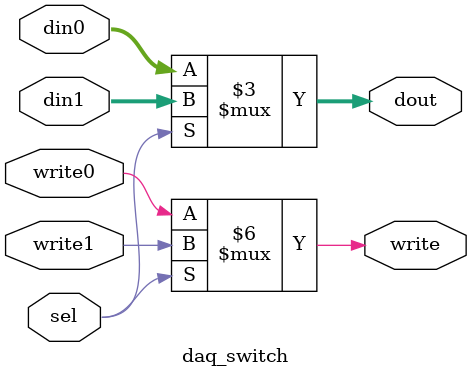
<source format=v>

`timescale 1 ns / 1 ps


module daq_switch
(
	input sel,
	
	input write0,
	input [15:0]din0,
	
	input write1,
	input [15:0]din1,
	
	output reg write,
	output reg [15:0]dout
);

	always @(*)
	begin
		if (sel)
		begin
			write = write1;
			dout = din1;
		end
		else
		begin
			write = write0;
			dout = din0;
		end
	end
endmodule

</source>
